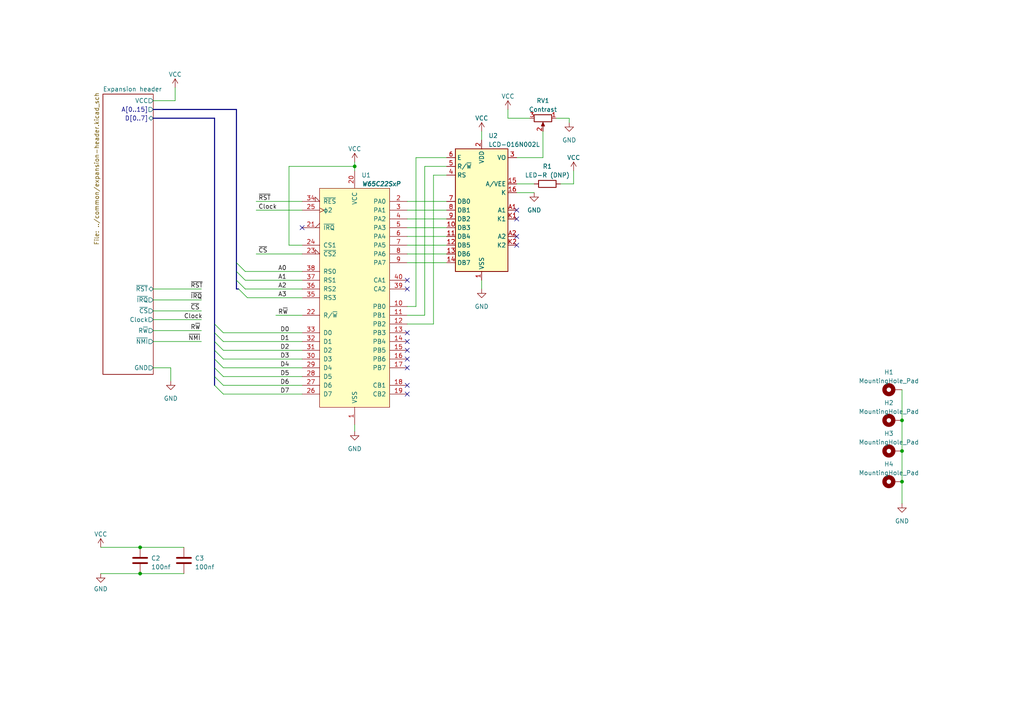
<source format=kicad_sch>
(kicad_sch (version 20230121) (generator eeschema)
  (paper "A4")
  (lib_symbols
    (symbol "65xx:W65C22SxP" (pin_names (offset 1.016))
      (property "Reference" "U" (at -10.16 33.02 0))
      (property "Value" "W65C22SxP" (at 0 0 90))
      (symbol "W65C22SxP_0_1"
        (rectangle (start -10.16 31.75) (end 10.16 -31.75) (fill (type background)))
      )
      (symbol "W65C22SxP_1_1"
        (pin power_in line (at 0 -36.83 90) (length 5.08) (name "VSS") (number "1"))
        (pin bidirectional line (at 15.24 -2.54 180) (length 5.08) (name "PB0") (number "10"))
        (pin bidirectional line (at 15.24 -5.08 180) (length 5.08) (name "PB1") (number "11"))
        (pin bidirectional line (at 15.24 -7.62 180) (length 5.08) (name "PB2") (number "12"))
        (pin bidirectional line (at 15.24 -10.16 180) (length 5.08) (name "PB3") (number "13"))
        (pin bidirectional line (at 15.24 -12.7 180) (length 5.08) (name "PB4") (number "14"))
        (pin bidirectional line (at 15.24 -15.24 180) (length 5.08) (name "PB5") (number "15"))
        (pin bidirectional line (at 15.24 -17.78 180) (length 5.08) (name "PB6") (number "16"))
        (pin bidirectional line (at 15.24 -20.32 180) (length 5.08) (name "PB7") (number "17"))
        (pin input line (at 15.24 -25.4 180) (length 5.08) (name "CB1") (number "18"))
        (pin bidirectional line (at 15.24 -27.94 180) (length 5.08) (name "CB2") (number "19"))
        (pin bidirectional line (at 15.24 27.94 180) (length 5.08) (name "PA0") (number "2"))
        (pin power_in line (at 0 36.83 270) (length 5.08) (name "VCC") (number "20"))
        (pin output output_low (at -15.24 20.32 0) (length 5.08) (name "~{IRQ}") (number "21"))
        (pin input line (at -15.24 -5.08 0) (length 5.08) (name "R/~{W}") (number "22"))
        (pin input input_low (at -15.24 12.7 0) (length 5.08) (name "~{CS2}") (number "23"))
        (pin input line (at -15.24 15.24 0) (length 5.08) (name "CS1") (number "24"))
        (pin input clock (at -15.24 25.4 0) (length 5.08) (name "ϕ2") (number "25"))
        (pin bidirectional line (at -15.24 -27.94 0) (length 5.08) (name "D7") (number "26"))
        (pin bidirectional line (at -15.24 -25.4 0) (length 5.08) (name "D6") (number "27"))
        (pin bidirectional line (at -15.24 -22.86 0) (length 5.08) (name "D5") (number "28"))
        (pin bidirectional line (at -15.24 -20.32 0) (length 5.08) (name "D4") (number "29"))
        (pin bidirectional line (at 15.24 25.4 180) (length 5.08) (name "PA1") (number "3"))
        (pin bidirectional line (at -15.24 -17.78 0) (length 5.08) (name "D3") (number "30"))
        (pin bidirectional line (at -15.24 -15.24 0) (length 5.08) (name "D2") (number "31"))
        (pin bidirectional line (at -15.24 -12.7 0) (length 5.08) (name "D1") (number "32"))
        (pin bidirectional line (at -15.24 -10.16 0) (length 5.08) (name "D0") (number "33"))
        (pin input input_low (at -15.24 27.94 0) (length 5.08) (name "~{RES}") (number "34"))
        (pin input line (at -15.24 0 0) (length 5.08) (name "RS3") (number "35"))
        (pin input line (at -15.24 2.54 0) (length 5.08) (name "RS2") (number "36"))
        (pin input line (at -15.24 5.08 0) (length 5.08) (name "RS1") (number "37"))
        (pin input line (at -15.24 7.62 0) (length 5.08) (name "RS0") (number "38"))
        (pin bidirectional line (at 15.24 2.54 180) (length 5.08) (name "CA2") (number "39"))
        (pin bidirectional line (at 15.24 22.86 180) (length 5.08) (name "PA2") (number "4"))
        (pin input line (at 15.24 5.08 180) (length 5.08) (name "CA1") (number "40"))
        (pin bidirectional line (at 15.24 20.32 180) (length 5.08) (name "PA3") (number "5"))
        (pin bidirectional line (at 15.24 17.78 180) (length 5.08) (name "PA4") (number "6"))
        (pin bidirectional line (at 15.24 15.24 180) (length 5.08) (name "PA5") (number "7"))
        (pin bidirectional line (at 15.24 12.7 180) (length 5.08) (name "PA6") (number "8"))
        (pin bidirectional line (at 15.24 10.16 180) (length 5.08) (name "PA7") (number "9"))
      )
    )
    (symbol "Device:C" (pin_numbers hide) (pin_names (offset 0.254))
      (property "Reference" "C" (at 0.635 2.54 0))
      (property "Value" "C" (at 0.635 -2.54 0))
      (symbol "C_0_1"
        (polyline (pts (xy -2.032 -0.762) (xy 2.032 -0.762)) (stroke (width 0.508)))
        (polyline (pts (xy -2.032 0.762) (xy 2.032 0.762)) (stroke (width 0.508)))
      )
      (symbol "C_1_1"
        (pin passive line (at 0 3.81 270) (length 2.794) (name "~") (number "1"))
        (pin passive line (at 0 -3.81 90) (length 2.794) (name "~") (number "2"))
      )
    )
    (symbol "Device:R" (pin_numbers hide) (pin_names (offset 0))
      (property "Reference" "R" (at 2.032 0 90))
      (property "Value" "R" (at 0 0 90))
      (symbol "R_0_1"
        (rectangle (start -1.016 -2.54) (end 1.016 2.54) (stroke (width 0.254)))
      )
      (symbol "R_1_1"
        (pin passive line (at 0 3.81 270) (length 1.27) (name "~") (number "1"))
        (pin passive line (at 0 -3.81 90) (length 1.27) (name "~") (number "2"))
      )
    )
    (symbol "Device:R_Potentiometer" (pin_names (offset 1.016) hide)
      (property "Reference" "RV" (at -4.445 0 90))
      (property "Value" "R_Potentiometer" (at -2.54 0 90))
      (symbol "R_Potentiometer_0_1"
        (polyline (pts (xy 2.54 0) (xy 1.524 0)))
        (polyline (pts (xy 1.143 0) (xy 2.286 0.508) (xy 2.286 -0.508) (xy 1.143 0)) (fill (type outline)))
        (rectangle (start 1.016 2.54) (end -1.016 -2.54) (stroke (width 0.254)))
      )
      (symbol "R_Potentiometer_1_1"
        (pin passive line (at 0 3.81 270) (length 1.27) (name "1") (number "1"))
        (pin passive line (at 3.81 0 180) (length 1.27) (name "2") (number "2"))
        (pin passive line (at 0 -3.81 90) (length 1.27) (name "3") (number "3"))
      )
    )
    (symbol "Display_Character:LCD-016N002L"
      (property "Reference" "U" (at -6.35 18.796 0))
      (property "Value" "LCD-016N002L" (at 8.636 18.796 0))
      (symbol "LCD-016N002L_1_1"
        (rectangle (start -7.62 17.78) (end 7.62 -17.78) (stroke (width 0.254)) (fill (type background)))
        (pin power_in line (at 0 -20.32 90) (length 2.54) (name "VSS") (number "1"))
        (pin bidirectional line (at -10.16 -5.08 0) (length 2.54) (name "DB3") (number "10"))
        (pin bidirectional line (at -10.16 -7.62 0) (length 2.54) (name "DB4") (number "11"))
        (pin bidirectional line (at -10.16 -10.16 0) (length 2.54) (name "DB5") (number "12"))
        (pin bidirectional line (at -10.16 -12.7 0) (length 2.54) (name "DB6") (number "13"))
        (pin bidirectional line (at -10.16 -15.24 0) (length 2.54) (name "DB7") (number "14"))
        (pin power_in line (at 10.16 7.62 180) (length 2.54) (name "A/VEE") (number "15"))
        (pin power_in line (at 10.16 5.08 180) (length 2.54) (name "K") (number "16"))
        (pin power_in line (at 0 20.32 270) (length 2.54) (name "VDD") (number "2"))
        (pin input line (at 10.16 15.24 180) (length 2.54) (name "VO") (number "3"))
        (pin input line (at -10.16 10.16 0) (length 2.54) (name "RS") (number "4"))
        (pin input line (at -10.16 12.7 0) (length 2.54) (name "R/~{W}") (number "5"))
        (pin input line (at -10.16 15.24 0) (length 2.54) (name "E") (number "6"))
        (pin bidirectional line (at -10.16 2.54 0) (length 2.54) (name "DB0") (number "7"))
        (pin bidirectional line (at -10.16 0 0) (length 2.54) (name "DB1") (number "8"))
        (pin bidirectional line (at -10.16 -2.54 0) (length 2.54) (name "DB2") (number "9"))
        (pin power_in line (at 10.16 0 180) (length 2.54) (name "A1") (number "A1"))
        (pin power_in line (at 10.16 -7.62 180) (length 2.54) (name "A2") (number "A2"))
        (pin power_in line (at 10.16 -2.54 180) (length 2.54) (name "K1") (number "K1"))
        (pin power_in line (at 10.16 -10.16 180) (length 2.54) (name "K2") (number "K2"))
      )
    )
    (symbol "Mechanical:MountingHole_Pad" (pin_numbers hide) (pin_names (offset 1.016) hide)
      (property "Reference" "H" (at 0 6.35 0))
      (property "Value" "MountingHole_Pad" (at 0 4.445 0))
      (symbol "MountingHole_Pad_0_1"
        (circle (center 0 1.27) (radius 1.27) (stroke (width 1.27)))
      )
      (symbol "MountingHole_Pad_1_1"
        (pin input line (at 0 -2.54 90) (length 2.54) (name "1") (number "1"))
      )
    )
    (symbol "power:GND" (power) (pin_names (offset 0))
      (property "Value" "GND" (at 0 -3.81 0))
      (symbol "GND_0_1"
        (polyline (pts (xy 0 0) (xy 0 -1.27) (xy 1.27 -1.27) (xy 0 -2.54) (xy -1.27 -1.27) (xy 0 -1.27)))
      )
      (symbol "GND_1_1"
        (pin power_in line (at 0 0 270) (length 0) hide (name "GND") (number "1"))
      )
    )
    (symbol "power:VCC" (power) (pin_names (offset 0))
      (property "Value" "VCC" (at 0 3.81 0))
      (symbol "VCC_0_1"
        (polyline (pts (xy -0.762 1.27) (xy 0 2.54)))
        (polyline (pts (xy 0 0) (xy 0 2.54)))
        (polyline (pts (xy 0 2.54) (xy 0.762 1.27)))
      )
      (symbol "VCC_1_1"
        (pin power_in line (at 0 0 90) (length 0) hide (name "VCC") (number "1"))
      )
    )
  )
  (junction (at 261.62 139.7))
  (junction (at 40.64 158.75))
  (junction (at 261.62 130.81))
  (junction (at 261.62 121.92))
  (junction (at 40.64 166.37))
  (junction (at 102.87 48.26))
  (no_connect (at 118.11 101.6))
  (no_connect (at 118.11 99.06))
  (no_connect (at 118.11 114.3))
  (no_connect (at 118.11 96.52))
  (no_connect (at 149.86 63.5))
  (no_connect (at 118.11 83.82))
  (no_connect (at 87.63 66.04))
  (no_connect (at 149.86 68.58))
  (no_connect (at 118.11 111.76))
  (no_connect (at 118.11 81.28))
  (no_connect (at 118.11 106.68))
  (no_connect (at 149.86 60.96))
  (no_connect (at 118.11 104.14))
  (no_connect (at 149.86 71.12))
  (bus_entry (at 62.23 106.68) (size 2.54 2.54))
  (bus_entry (at 68.58 78.74) (size 2.54 2.54))
  (bus_entry (at 62.23 104.14) (size 2.54 2.54))
  (bus_entry (at 68.58 76.2) (size 2.54 2.54))
  (bus_entry (at 62.23 111.76) (size 2.54 2.54))
  (bus_entry (at 62.23 93.98) (size 2.54 2.54))
  (bus_entry (at 62.23 96.52) (size 2.54 2.54))
  (bus_entry (at 69.215 83.82) (size 2.54 2.54))
  (bus_entry (at 62.23 109.22) (size 2.54 2.54))
  (bus_entry (at 68.58 81.28) (size 2.54 2.54))
  (bus_entry (at 62.23 99.06) (size 2.54 2.54))
  (bus_entry (at 62.23 101.6) (size 2.54 2.54))
  (wire (pts (xy 71.12 81.28) (xy 87.63 81.28)))
  (wire (pts (xy 64.77 111.76) (xy 87.63 111.76)))
  (wire (pts (xy 74.295 73.66) (xy 87.63 73.66)))
  (bus (pts (xy 62.23 104.14) (xy 62.23 106.68)))
  (wire (pts (xy 149.86 45.72) (xy 157.48 45.72)))
  (wire (pts (xy 166.37 53.34) (xy 162.56 53.34)))
  (wire (pts (xy 129.54 58.42) (xy 118.11 58.42)))
  (wire (pts (xy 44.45 86.995) (xy 58.42 86.995)))
  (wire (pts (xy 129.54 76.2) (xy 118.11 76.2)))
  (wire (pts (xy 261.62 130.81) (xy 261.62 139.7)))
  (wire (pts (xy 125.73 93.98) (xy 125.73 50.8)))
  (wire (pts (xy 64.77 101.6) (xy 87.63 101.6)))
  (wire (pts (xy 64.77 104.14) (xy 87.63 104.14)))
  (bus (pts (xy 68.58 81.28) (xy 68.58 83.82)))
  (wire (pts (xy 129.54 73.66) (xy 118.11 73.66)))
  (wire (pts (xy 44.45 90.17) (xy 58.42 90.17)))
  (wire (pts (xy 44.45 106.68) (xy 49.53 106.68)))
  (wire (pts (xy 129.54 63.5) (xy 118.11 63.5)))
  (wire (pts (xy 44.45 92.71) (xy 58.42 92.71)))
  (wire (pts (xy 129.54 60.96) (xy 118.11 60.96)))
  (bus (pts (xy 68.58 78.74) (xy 68.58 81.28)))
  (wire (pts (xy 87.63 71.12) (xy 83.82 71.12)))
  (wire (pts (xy 261.62 121.92) (xy 261.62 130.81)))
  (wire (pts (xy 261.62 139.7) (xy 261.62 146.05)))
  (wire (pts (xy 71.12 78.74) (xy 87.63 78.74)))
  (bus (pts (xy 62.23 109.22) (xy 62.23 111.76)))
  (wire (pts (xy 71.12 83.82) (xy 87.63 83.82)))
  (wire (pts (xy 74.295 60.96) (xy 87.63 60.96)))
  (wire (pts (xy 123.19 91.44) (xy 123.19 48.26)))
  (wire (pts (xy 50.8 25.4) (xy 50.8 29.21)))
  (bus (pts (xy 62.23 93.98) (xy 62.23 96.52)))
  (wire (pts (xy 165.1 34.29) (xy 165.1 35.56)))
  (wire (pts (xy 44.45 83.82) (xy 58.42 83.82)))
  (wire (pts (xy 118.11 88.9) (xy 120.65 88.9)))
  (wire (pts (xy 157.48 38.1) (xy 157.48 45.72)))
  (wire (pts (xy 129.54 66.04) (xy 118.11 66.04)))
  (wire (pts (xy 64.77 99.06) (xy 87.63 99.06)))
  (wire (pts (xy 102.87 48.26) (xy 102.87 49.53)))
  (bus (pts (xy 68.58 83.82) (xy 69.215 83.82)))
  (wire (pts (xy 102.87 123.19) (xy 102.87 125.095)))
  (bus (pts (xy 62.23 99.06) (xy 62.23 101.6)))
  (bus (pts (xy 44.45 31.75) (xy 68.58 31.75)))
  (bus (pts (xy 62.23 96.52) (xy 62.23 99.06)))
  (wire (pts (xy 147.32 31.75) (xy 147.32 34.29)))
  (wire (pts (xy 64.77 109.22) (xy 87.63 109.22)))
  (bus (pts (xy 68.58 31.75) (xy 68.58 76.2)))
  (wire (pts (xy 139.7 38.1) (xy 139.7 40.64)))
  (wire (pts (xy 118.11 93.98) (xy 125.73 93.98)))
  (wire (pts (xy 64.77 96.52) (xy 87.63 96.52)))
  (wire (pts (xy 120.65 88.9) (xy 120.65 45.72)))
  (wire (pts (xy 261.62 113.03) (xy 261.62 121.92)))
  (wire (pts (xy 102.87 48.26) (xy 102.87 46.99)))
  (wire (pts (xy 40.64 158.75) (xy 53.34 158.75)))
  (wire (pts (xy 129.54 68.58) (xy 118.11 68.58)))
  (wire (pts (xy 139.7 83.82) (xy 139.7 81.28)))
  (wire (pts (xy 64.77 106.68) (xy 87.63 106.68)))
  (bus (pts (xy 62.23 106.68) (xy 62.23 109.22)))
  (wire (pts (xy 118.11 91.44) (xy 123.19 91.44)))
  (wire (pts (xy 71.755 86.36) (xy 87.63 86.36)))
  (wire (pts (xy 64.77 114.3) (xy 87.63 114.3)))
  (wire (pts (xy 49.53 106.68) (xy 49.53 110.49)))
  (wire (pts (xy 120.65 45.72) (xy 129.54 45.72)))
  (wire (pts (xy 166.37 49.53) (xy 166.37 53.34)))
  (wire (pts (xy 147.32 34.29) (xy 153.67 34.29)))
  (wire (pts (xy 83.82 48.26) (xy 102.87 48.26)))
  (bus (pts (xy 68.58 76.2) (xy 68.58 78.74)))
  (wire (pts (xy 40.64 166.37) (xy 53.34 166.37)))
  (wire (pts (xy 44.45 99.06) (xy 58.42 99.06)))
  (bus (pts (xy 62.23 101.6) (xy 62.23 104.14)))
  (bus (pts (xy 62.23 34.29) (xy 44.45 34.29)))
  (wire (pts (xy 50.8 29.21) (xy 44.45 29.21)))
  (bus (pts (xy 62.23 34.29) (xy 62.23 93.98)))
  (wire (pts (xy 161.29 34.29) (xy 165.1 34.29)))
  (wire (pts (xy 125.73 50.8) (xy 129.54 50.8)))
  (wire (pts (xy 74.295 58.42) (xy 87.63 58.42)))
  (wire (pts (xy 29.21 158.75) (xy 40.64 158.75)))
  (wire (pts (xy 123.19 48.26) (xy 129.54 48.26)))
  (wire (pts (xy 29.21 166.37) (xy 40.64 166.37)))
  (wire (pts (xy 80.01 91.44) (xy 87.63 91.44)))
  (wire (pts (xy 129.54 71.12) (xy 118.11 71.12)))
  (wire (pts (xy 149.86 55.88) (xy 154.94 55.88)))
  (wire (pts (xy 83.82 71.12) (xy 83.82 48.26)))
  (wire (pts (xy 44.45 95.885) (xy 58.42 95.885)))
  (wire (pts (xy 154.94 53.34) (xy 149.86 53.34)))
  (label "D6" (at 81.28 111.76 0))
  (label "A0" (at 80.645 78.74 0))
  (label "~{NMI}" (at 54.61 99.06 0))
  (label "~{CS}" (at 55.245 90.17 0))
  (label "Clock" (at 74.93 60.96 0))
  (label "D3" (at 81.28 104.14 0))
  (label "A3" (at 80.645 86.36 0))
  (label "~{RST}" (at 74.93 58.42 0))
  (label "A2" (at 80.645 83.82 0))
  (label "D4" (at 81.28 106.68 0))
  (label "~{RST}" (at 55.245 83.82 0))
  (label "R~{W}" (at 80.645 91.44 0))
  (label "D2" (at 81.28 101.6 0))
  (label "~{IRQ}" (at 55.245 86.995 0))
  (label "D1" (at 81.28 99.06 0))
  (label "R~{W}" (at 55.245 95.885 0))
  (label "D7" (at 81.28 114.3 0))
  (label "Clock" (at 53.34 92.71 0))
  (label "D0" (at 81.28 96.52 0))
  (label "A1" (at 80.645 81.28 0))
  (label "D5" (at 81.28 109.22 0))
  (label "~{CS}" (at 74.93 73.66 0))
  (symbol (lib_id "power:VCC") (at 102.87 46.99 0) (unit 1)
    (property "Reference" "#PWR03" (effects hide))
    (property "Value" "VCC" (at 102.87 43.18 0))
  )
  (symbol (lib_id "65xx:W65C22SxP") (at 102.87 86.36 0) (unit 1)
    (property "Reference" "U1" (at 104.8259 50.8 0) (effects (justify left)))
    (property "Value" "W65C22SxP" (at 104.8259 53.34 0) (effects (font bold italic) (justify left)))
    (property "Footprint" "Package_DIP:DIP-40_W15.24mm" (effects hide))
    (property "Datasheet" "http://www.westerndesigncenter.com/wdc/documentation/w65c22.pdf" (effects hide))
  )
  (symbol (lib_id "Device:C") (at 53.34 162.56 0) (unit 1)
    (property "Reference" "C3" (at 56.515 161.925 0) (effects (justify left)))
    (property "Value" "100nf" (at 56.515 164.465 0) (effects (justify left)))
    (property "Footprint" "Capacitor_THT:C_Disc_D3.4mm_W2.1mm_P2.50mm" (effects hide))
  )
  (symbol (lib_id "power:GND") (at 139.7 83.82 0) (unit 1)
    (property "Reference" "#PWR08" (effects hide))
    (property "Value" "GND" (at 139.7 88.9 0))
  )
  (symbol (lib_id "power:GND") (at 165.1 35.56 0) (unit 1)
    (property "Reference" "#PWR012" (effects hide))
    (property "Value" "GND" (at 165.1 40.64 0))
  )
  (symbol (lib_id "power:VCC") (at 50.8 25.4 0) (unit 1)
    (property "Reference" "#PWR02" (effects hide))
    (property "Value" "VCC" (at 50.8 21.59 0))
  )
  (symbol (lib_id "power:GND") (at 154.94 55.88 0) (unit 1)
    (property "Reference" "#PWR09" (effects hide))
    (property "Value" "GND" (at 154.94 60.96 0))
  )
  (symbol (lib_id "power:GND") (at 49.53 110.49 0) (unit 1)
    (property "Reference" "#PWR01" (effects hide))
    (property "Value" "GND" (at 49.53 115.57 0))
  )
  (symbol (lib_id "Device:R") (at 158.75 53.34 90) (unit 1)
    (property "Reference" "R1" (at 158.75 48.26 90))
    (property "Value" "LED-R (DNP)" (at 158.75 50.8 90))
    (property "Footprint" "Resistor_THT:R_Axial_DIN0207_L6.3mm_D2.5mm_P7.62mm_Horizontal" (effects hide))
  )
  (symbol (lib_id "Device:R_Potentiometer") (at 157.48 34.29 270) (unit 1)
    (property "Reference" "RV1" (at 157.48 29.21 90))
    (property "Value" "Contrast" (at 157.48 31.75 90))
    (property "Footprint" "Potentiometer_THT:Potentiometer_Runtron_RM-063_Horizontal" (effects hide))
  )
  (symbol (lib_id "power:GND") (at 29.21 166.37 0) (unit 1)
    (property "Reference" "#PWR06" (effects hide))
    (property "Value" "GND" (at 29.21 170.815 0))
  )
  (symbol (lib_id "Mechanical:MountingHole_Pad") (at 259.08 139.7 90) (unit 1)
    (property "Reference" "H4" (at 257.81 134.62 90))
    (property "Value" "MountingHole_Pad" (at 257.81 137.16 90))
    (property "Footprint" "MountingHole:MountingHole_2.5mm_Pad" (effects hide))
  )
  (symbol (lib_id "power:VCC") (at 139.7 38.1 0) (unit 1)
    (property "Reference" "#PWR07" (effects hide))
    (property "Value" "VCC" (at 139.7 34.29 0))
  )
  (symbol (lib_id "power:VCC") (at 166.37 49.53 0) (unit 1)
    (property "Reference" "#PWR010" (effects hide))
    (property "Value" "VCC" (at 166.37 45.72 0))
  )
  (symbol (lib_id "Device:C") (at 40.64 162.56 0) (unit 1)
    (property "Reference" "C2" (at 43.815 161.925 0) (effects (justify left)))
    (property "Value" "100nf" (at 43.815 164.465 0) (effects (justify left)))
    (property "Footprint" "Capacitor_THT:C_Disc_D3.4mm_W2.1mm_P2.50mm" (effects hide))
  )
  (symbol (lib_id "Display_Character:LCD-016N002L") (at 139.7 60.96 0) (unit 1)
    (property "Reference" "U2" (at 141.6559 39.37 0) (effects (justify left)))
    (property "Value" "LCD-016N002L" (at 141.6559 41.91 0) (effects (justify left)))
    (property "Footprint" "Display:LCD-016N002L" (effects hide))
    (property "Datasheet" "http://www.vishay.com/docs/37299/37299.pdf" (effects hide))
  )
  (symbol (lib_id "Mechanical:MountingHole_Pad") (at 259.08 121.92 90) (unit 1)
    (property "Reference" "H2" (at 257.81 116.84 90))
    (property "Value" "MountingHole_Pad" (at 257.81 119.38 90))
    (property "Footprint" "MountingHole:MountingHole_2.5mm_Pad" (effects hide))
  )
  (symbol (lib_id "power:GND") (at 261.62 146.05 0) (unit 1)
    (property "Reference" "#PWR013" (effects hide))
    (property "Value" "GND" (at 261.62 151.13 0))
  )
  (symbol (lib_id "Mechanical:MountingHole_Pad") (at 259.08 113.03 90) (unit 1)
    (property "Reference" "H1" (at 257.81 107.95 90))
    (property "Value" "MountingHole_Pad" (at 257.81 110.49 90))
    (property "Footprint" "MountingHole:MountingHole_2.5mm_Pad" (effects hide))
  )
  (symbol (lib_id "power:GND") (at 102.87 125.095 0) (unit 1)
    (property "Reference" "#PWR04" (effects hide))
    (property "Value" "GND" (at 102.87 130.175 0))
  )
  (symbol (lib_id "power:VCC") (at 29.21 158.75 0) (unit 1)
    (property "Reference" "#PWR05" (effects hide))
    (property "Value" "VCC" (at 29.21 154.94 0))
  )
  (symbol (lib_id "Mechanical:MountingHole_Pad") (at 259.08 130.81 90) (unit 1)
    (property "Reference" "H3" (at 257.81 125.73 90))
    (property "Value" "MountingHole_Pad" (at 257.81 128.27 90))
    (property "Footprint" "MountingHole:MountingHole_2.5mm_Pad" (effects hide))
  )
  (symbol (lib_id "power:VCC") (at 147.32 31.75 0) (unit 1)
    (property "Reference" "#PWR011" (effects hide))
    (property "Value" "VCC" (at 147.32 27.94 0))
  )
  (sheet (at 29.845 27.305) (size 14.605 81.28) (stroke (width 0.1524))
    (property "Sheetname" "Expansion header" (at 29.845 26.5934 0) (effects (justify left bottom)))
    (property "Sheetfile" "../common/expansion-header.kicad_sch" (at 27.305 71.12 90) (effects (justify left top)))
    (pin "D[0..7]" tri_state (at 44.45 34.29 0))
    (pin "GND" output (at 44.45 106.68 0))
    (pin "R~{W}" output (at 44.45 95.885 0))
    (pin "Clock" output (at 44.45 92.71 0))
    (pin "~{CS}" output (at 44.45 90.17 0))
    (pin "~{NMI}" output (at 44.45 99.06 0))
    (pin "~{IRQ}" output (at 44.45 86.995 0))
    (pin "~{RST}" bidirectional (at 44.45 83.82 0))
    (pin "VCC" output (at 44.45 29.21 0))
    (pin "A[0..15]" output (at 44.45 31.75 0))
  )
)
</source>
